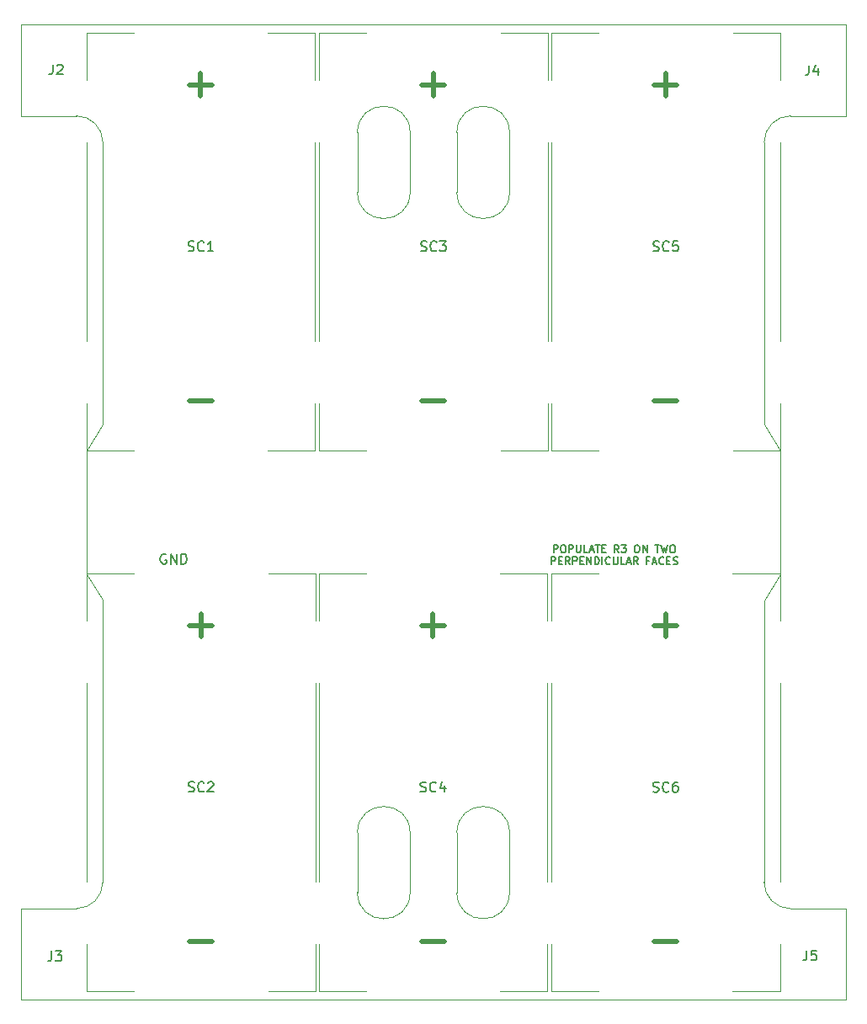
<source format=gbr>
%TF.GenerationSoftware,KiCad,Pcbnew,7.0.5*%
%TF.CreationDate,2023-06-21T14:42:12-07:00*%
%TF.ProjectId,solar-panel-NoCutout,736f6c61-722d-4706-916e-656c2d4e6f43,3.0*%
%TF.SameCoordinates,Original*%
%TF.FileFunction,Legend,Top*%
%TF.FilePolarity,Positive*%
%FSLAX46Y46*%
G04 Gerber Fmt 4.6, Leading zero omitted, Abs format (unit mm)*
G04 Created by KiCad (PCBNEW 7.0.5) date 2023-06-21 14:42:12*
%MOMM*%
%LPD*%
G01*
G04 APERTURE LIST*
%ADD10C,0.150000*%
%ADD11C,0.500000*%
%ADD12C,0.120000*%
%TA.AperFunction,Profile*%
%ADD13C,0.050000*%
%TD*%
G04 APERTURE END LIST*
D10*
X117598095Y-119012438D02*
X117502857Y-118964819D01*
X117502857Y-118964819D02*
X117360000Y-118964819D01*
X117360000Y-118964819D02*
X117217143Y-119012438D01*
X117217143Y-119012438D02*
X117121905Y-119107676D01*
X117121905Y-119107676D02*
X117074286Y-119202914D01*
X117074286Y-119202914D02*
X117026667Y-119393390D01*
X117026667Y-119393390D02*
X117026667Y-119536247D01*
X117026667Y-119536247D02*
X117074286Y-119726723D01*
X117074286Y-119726723D02*
X117121905Y-119821961D01*
X117121905Y-119821961D02*
X117217143Y-119917200D01*
X117217143Y-119917200D02*
X117360000Y-119964819D01*
X117360000Y-119964819D02*
X117455238Y-119964819D01*
X117455238Y-119964819D02*
X117598095Y-119917200D01*
X117598095Y-119917200D02*
X117645714Y-119869580D01*
X117645714Y-119869580D02*
X117645714Y-119536247D01*
X117645714Y-119536247D02*
X117455238Y-119536247D01*
X118074286Y-119964819D02*
X118074286Y-118964819D01*
X118074286Y-118964819D02*
X118645714Y-119964819D01*
X118645714Y-119964819D02*
X118645714Y-118964819D01*
X119121905Y-119964819D02*
X119121905Y-118964819D01*
X119121905Y-118964819D02*
X119360000Y-118964819D01*
X119360000Y-118964819D02*
X119502857Y-119012438D01*
X119502857Y-119012438D02*
X119598095Y-119107676D01*
X119598095Y-119107676D02*
X119645714Y-119202914D01*
X119645714Y-119202914D02*
X119693333Y-119393390D01*
X119693333Y-119393390D02*
X119693333Y-119536247D01*
X119693333Y-119536247D02*
X119645714Y-119726723D01*
X119645714Y-119726723D02*
X119598095Y-119821961D01*
X119598095Y-119821961D02*
X119502857Y-119917200D01*
X119502857Y-119917200D02*
X119360000Y-119964819D01*
X119360000Y-119964819D02*
X119121905Y-119964819D01*
X156580714Y-118815414D02*
X156580714Y-118065414D01*
X156580714Y-118065414D02*
X156866428Y-118065414D01*
X156866428Y-118065414D02*
X156937857Y-118101128D01*
X156937857Y-118101128D02*
X156973571Y-118136842D01*
X156973571Y-118136842D02*
X157009285Y-118208271D01*
X157009285Y-118208271D02*
X157009285Y-118315414D01*
X157009285Y-118315414D02*
X156973571Y-118386842D01*
X156973571Y-118386842D02*
X156937857Y-118422557D01*
X156937857Y-118422557D02*
X156866428Y-118458271D01*
X156866428Y-118458271D02*
X156580714Y-118458271D01*
X157473571Y-118065414D02*
X157616428Y-118065414D01*
X157616428Y-118065414D02*
X157687857Y-118101128D01*
X157687857Y-118101128D02*
X157759285Y-118172557D01*
X157759285Y-118172557D02*
X157795000Y-118315414D01*
X157795000Y-118315414D02*
X157795000Y-118565414D01*
X157795000Y-118565414D02*
X157759285Y-118708271D01*
X157759285Y-118708271D02*
X157687857Y-118779700D01*
X157687857Y-118779700D02*
X157616428Y-118815414D01*
X157616428Y-118815414D02*
X157473571Y-118815414D01*
X157473571Y-118815414D02*
X157402143Y-118779700D01*
X157402143Y-118779700D02*
X157330714Y-118708271D01*
X157330714Y-118708271D02*
X157295000Y-118565414D01*
X157295000Y-118565414D02*
X157295000Y-118315414D01*
X157295000Y-118315414D02*
X157330714Y-118172557D01*
X157330714Y-118172557D02*
X157402143Y-118101128D01*
X157402143Y-118101128D02*
X157473571Y-118065414D01*
X158116428Y-118815414D02*
X158116428Y-118065414D01*
X158116428Y-118065414D02*
X158402142Y-118065414D01*
X158402142Y-118065414D02*
X158473571Y-118101128D01*
X158473571Y-118101128D02*
X158509285Y-118136842D01*
X158509285Y-118136842D02*
X158544999Y-118208271D01*
X158544999Y-118208271D02*
X158544999Y-118315414D01*
X158544999Y-118315414D02*
X158509285Y-118386842D01*
X158509285Y-118386842D02*
X158473571Y-118422557D01*
X158473571Y-118422557D02*
X158402142Y-118458271D01*
X158402142Y-118458271D02*
X158116428Y-118458271D01*
X158866428Y-118065414D02*
X158866428Y-118672557D01*
X158866428Y-118672557D02*
X158902142Y-118743985D01*
X158902142Y-118743985D02*
X158937857Y-118779700D01*
X158937857Y-118779700D02*
X159009285Y-118815414D01*
X159009285Y-118815414D02*
X159152142Y-118815414D01*
X159152142Y-118815414D02*
X159223571Y-118779700D01*
X159223571Y-118779700D02*
X159259285Y-118743985D01*
X159259285Y-118743985D02*
X159294999Y-118672557D01*
X159294999Y-118672557D02*
X159294999Y-118065414D01*
X160009285Y-118815414D02*
X159652142Y-118815414D01*
X159652142Y-118815414D02*
X159652142Y-118065414D01*
X160223571Y-118601128D02*
X160580714Y-118601128D01*
X160152142Y-118815414D02*
X160402142Y-118065414D01*
X160402142Y-118065414D02*
X160652142Y-118815414D01*
X160794999Y-118065414D02*
X161223571Y-118065414D01*
X161009285Y-118815414D02*
X161009285Y-118065414D01*
X161473571Y-118422557D02*
X161723571Y-118422557D01*
X161830714Y-118815414D02*
X161473571Y-118815414D01*
X161473571Y-118815414D02*
X161473571Y-118065414D01*
X161473571Y-118065414D02*
X161830714Y-118065414D01*
X163152142Y-118815414D02*
X162902142Y-118458271D01*
X162723571Y-118815414D02*
X162723571Y-118065414D01*
X162723571Y-118065414D02*
X163009285Y-118065414D01*
X163009285Y-118065414D02*
X163080714Y-118101128D01*
X163080714Y-118101128D02*
X163116428Y-118136842D01*
X163116428Y-118136842D02*
X163152142Y-118208271D01*
X163152142Y-118208271D02*
X163152142Y-118315414D01*
X163152142Y-118315414D02*
X163116428Y-118386842D01*
X163116428Y-118386842D02*
X163080714Y-118422557D01*
X163080714Y-118422557D02*
X163009285Y-118458271D01*
X163009285Y-118458271D02*
X162723571Y-118458271D01*
X163402142Y-118065414D02*
X163866428Y-118065414D01*
X163866428Y-118065414D02*
X163616428Y-118351128D01*
X163616428Y-118351128D02*
X163723571Y-118351128D01*
X163723571Y-118351128D02*
X163795000Y-118386842D01*
X163795000Y-118386842D02*
X163830714Y-118422557D01*
X163830714Y-118422557D02*
X163866428Y-118493985D01*
X163866428Y-118493985D02*
X163866428Y-118672557D01*
X163866428Y-118672557D02*
X163830714Y-118743985D01*
X163830714Y-118743985D02*
X163795000Y-118779700D01*
X163795000Y-118779700D02*
X163723571Y-118815414D01*
X163723571Y-118815414D02*
X163509285Y-118815414D01*
X163509285Y-118815414D02*
X163437857Y-118779700D01*
X163437857Y-118779700D02*
X163402142Y-118743985D01*
X164902143Y-118065414D02*
X165045000Y-118065414D01*
X165045000Y-118065414D02*
X165116429Y-118101128D01*
X165116429Y-118101128D02*
X165187857Y-118172557D01*
X165187857Y-118172557D02*
X165223572Y-118315414D01*
X165223572Y-118315414D02*
X165223572Y-118565414D01*
X165223572Y-118565414D02*
X165187857Y-118708271D01*
X165187857Y-118708271D02*
X165116429Y-118779700D01*
X165116429Y-118779700D02*
X165045000Y-118815414D01*
X165045000Y-118815414D02*
X164902143Y-118815414D01*
X164902143Y-118815414D02*
X164830715Y-118779700D01*
X164830715Y-118779700D02*
X164759286Y-118708271D01*
X164759286Y-118708271D02*
X164723572Y-118565414D01*
X164723572Y-118565414D02*
X164723572Y-118315414D01*
X164723572Y-118315414D02*
X164759286Y-118172557D01*
X164759286Y-118172557D02*
X164830715Y-118101128D01*
X164830715Y-118101128D02*
X164902143Y-118065414D01*
X165545000Y-118815414D02*
X165545000Y-118065414D01*
X165545000Y-118065414D02*
X165973571Y-118815414D01*
X165973571Y-118815414D02*
X165973571Y-118065414D01*
X166795000Y-118065414D02*
X167223572Y-118065414D01*
X167009286Y-118815414D02*
X167009286Y-118065414D01*
X167402143Y-118065414D02*
X167580715Y-118815414D01*
X167580715Y-118815414D02*
X167723572Y-118279700D01*
X167723572Y-118279700D02*
X167866429Y-118815414D01*
X167866429Y-118815414D02*
X168045001Y-118065414D01*
X168473572Y-118065414D02*
X168616429Y-118065414D01*
X168616429Y-118065414D02*
X168687858Y-118101128D01*
X168687858Y-118101128D02*
X168759286Y-118172557D01*
X168759286Y-118172557D02*
X168795001Y-118315414D01*
X168795001Y-118315414D02*
X168795001Y-118565414D01*
X168795001Y-118565414D02*
X168759286Y-118708271D01*
X168759286Y-118708271D02*
X168687858Y-118779700D01*
X168687858Y-118779700D02*
X168616429Y-118815414D01*
X168616429Y-118815414D02*
X168473572Y-118815414D01*
X168473572Y-118815414D02*
X168402144Y-118779700D01*
X168402144Y-118779700D02*
X168330715Y-118708271D01*
X168330715Y-118708271D02*
X168295001Y-118565414D01*
X168295001Y-118565414D02*
X168295001Y-118315414D01*
X168295001Y-118315414D02*
X168330715Y-118172557D01*
X168330715Y-118172557D02*
X168402144Y-118101128D01*
X168402144Y-118101128D02*
X168473572Y-118065414D01*
X156330715Y-120022914D02*
X156330715Y-119272914D01*
X156330715Y-119272914D02*
X156616429Y-119272914D01*
X156616429Y-119272914D02*
X156687858Y-119308628D01*
X156687858Y-119308628D02*
X156723572Y-119344342D01*
X156723572Y-119344342D02*
X156759286Y-119415771D01*
X156759286Y-119415771D02*
X156759286Y-119522914D01*
X156759286Y-119522914D02*
X156723572Y-119594342D01*
X156723572Y-119594342D02*
X156687858Y-119630057D01*
X156687858Y-119630057D02*
X156616429Y-119665771D01*
X156616429Y-119665771D02*
X156330715Y-119665771D01*
X157080715Y-119630057D02*
X157330715Y-119630057D01*
X157437858Y-120022914D02*
X157080715Y-120022914D01*
X157080715Y-120022914D02*
X157080715Y-119272914D01*
X157080715Y-119272914D02*
X157437858Y-119272914D01*
X158187857Y-120022914D02*
X157937857Y-119665771D01*
X157759286Y-120022914D02*
X157759286Y-119272914D01*
X157759286Y-119272914D02*
X158045000Y-119272914D01*
X158045000Y-119272914D02*
X158116429Y-119308628D01*
X158116429Y-119308628D02*
X158152143Y-119344342D01*
X158152143Y-119344342D02*
X158187857Y-119415771D01*
X158187857Y-119415771D02*
X158187857Y-119522914D01*
X158187857Y-119522914D02*
X158152143Y-119594342D01*
X158152143Y-119594342D02*
X158116429Y-119630057D01*
X158116429Y-119630057D02*
X158045000Y-119665771D01*
X158045000Y-119665771D02*
X157759286Y-119665771D01*
X158509286Y-120022914D02*
X158509286Y-119272914D01*
X158509286Y-119272914D02*
X158795000Y-119272914D01*
X158795000Y-119272914D02*
X158866429Y-119308628D01*
X158866429Y-119308628D02*
X158902143Y-119344342D01*
X158902143Y-119344342D02*
X158937857Y-119415771D01*
X158937857Y-119415771D02*
X158937857Y-119522914D01*
X158937857Y-119522914D02*
X158902143Y-119594342D01*
X158902143Y-119594342D02*
X158866429Y-119630057D01*
X158866429Y-119630057D02*
X158795000Y-119665771D01*
X158795000Y-119665771D02*
X158509286Y-119665771D01*
X159259286Y-119630057D02*
X159509286Y-119630057D01*
X159616429Y-120022914D02*
X159259286Y-120022914D01*
X159259286Y-120022914D02*
X159259286Y-119272914D01*
X159259286Y-119272914D02*
X159616429Y-119272914D01*
X159937857Y-120022914D02*
X159937857Y-119272914D01*
X159937857Y-119272914D02*
X160366428Y-120022914D01*
X160366428Y-120022914D02*
X160366428Y-119272914D01*
X160723571Y-120022914D02*
X160723571Y-119272914D01*
X160723571Y-119272914D02*
X160902142Y-119272914D01*
X160902142Y-119272914D02*
X161009285Y-119308628D01*
X161009285Y-119308628D02*
X161080714Y-119380057D01*
X161080714Y-119380057D02*
X161116428Y-119451485D01*
X161116428Y-119451485D02*
X161152142Y-119594342D01*
X161152142Y-119594342D02*
X161152142Y-119701485D01*
X161152142Y-119701485D02*
X161116428Y-119844342D01*
X161116428Y-119844342D02*
X161080714Y-119915771D01*
X161080714Y-119915771D02*
X161009285Y-119987200D01*
X161009285Y-119987200D02*
X160902142Y-120022914D01*
X160902142Y-120022914D02*
X160723571Y-120022914D01*
X161473571Y-120022914D02*
X161473571Y-119272914D01*
X162259285Y-119951485D02*
X162223571Y-119987200D01*
X162223571Y-119987200D02*
X162116428Y-120022914D01*
X162116428Y-120022914D02*
X162045000Y-120022914D01*
X162045000Y-120022914D02*
X161937857Y-119987200D01*
X161937857Y-119987200D02*
X161866428Y-119915771D01*
X161866428Y-119915771D02*
X161830714Y-119844342D01*
X161830714Y-119844342D02*
X161795000Y-119701485D01*
X161795000Y-119701485D02*
X161795000Y-119594342D01*
X161795000Y-119594342D02*
X161830714Y-119451485D01*
X161830714Y-119451485D02*
X161866428Y-119380057D01*
X161866428Y-119380057D02*
X161937857Y-119308628D01*
X161937857Y-119308628D02*
X162045000Y-119272914D01*
X162045000Y-119272914D02*
X162116428Y-119272914D01*
X162116428Y-119272914D02*
X162223571Y-119308628D01*
X162223571Y-119308628D02*
X162259285Y-119344342D01*
X162580714Y-119272914D02*
X162580714Y-119880057D01*
X162580714Y-119880057D02*
X162616428Y-119951485D01*
X162616428Y-119951485D02*
X162652143Y-119987200D01*
X162652143Y-119987200D02*
X162723571Y-120022914D01*
X162723571Y-120022914D02*
X162866428Y-120022914D01*
X162866428Y-120022914D02*
X162937857Y-119987200D01*
X162937857Y-119987200D02*
X162973571Y-119951485D01*
X162973571Y-119951485D02*
X163009285Y-119880057D01*
X163009285Y-119880057D02*
X163009285Y-119272914D01*
X163723571Y-120022914D02*
X163366428Y-120022914D01*
X163366428Y-120022914D02*
X163366428Y-119272914D01*
X163937857Y-119808628D02*
X164295000Y-119808628D01*
X163866428Y-120022914D02*
X164116428Y-119272914D01*
X164116428Y-119272914D02*
X164366428Y-120022914D01*
X165044999Y-120022914D02*
X164794999Y-119665771D01*
X164616428Y-120022914D02*
X164616428Y-119272914D01*
X164616428Y-119272914D02*
X164902142Y-119272914D01*
X164902142Y-119272914D02*
X164973571Y-119308628D01*
X164973571Y-119308628D02*
X165009285Y-119344342D01*
X165009285Y-119344342D02*
X165044999Y-119415771D01*
X165044999Y-119415771D02*
X165044999Y-119522914D01*
X165044999Y-119522914D02*
X165009285Y-119594342D01*
X165009285Y-119594342D02*
X164973571Y-119630057D01*
X164973571Y-119630057D02*
X164902142Y-119665771D01*
X164902142Y-119665771D02*
X164616428Y-119665771D01*
X166187857Y-119630057D02*
X165937857Y-119630057D01*
X165937857Y-120022914D02*
X165937857Y-119272914D01*
X165937857Y-119272914D02*
X166295000Y-119272914D01*
X166545000Y-119808628D02*
X166902143Y-119808628D01*
X166473571Y-120022914D02*
X166723571Y-119272914D01*
X166723571Y-119272914D02*
X166973571Y-120022914D01*
X167652142Y-119951485D02*
X167616428Y-119987200D01*
X167616428Y-119987200D02*
X167509285Y-120022914D01*
X167509285Y-120022914D02*
X167437857Y-120022914D01*
X167437857Y-120022914D02*
X167330714Y-119987200D01*
X167330714Y-119987200D02*
X167259285Y-119915771D01*
X167259285Y-119915771D02*
X167223571Y-119844342D01*
X167223571Y-119844342D02*
X167187857Y-119701485D01*
X167187857Y-119701485D02*
X167187857Y-119594342D01*
X167187857Y-119594342D02*
X167223571Y-119451485D01*
X167223571Y-119451485D02*
X167259285Y-119380057D01*
X167259285Y-119380057D02*
X167330714Y-119308628D01*
X167330714Y-119308628D02*
X167437857Y-119272914D01*
X167437857Y-119272914D02*
X167509285Y-119272914D01*
X167509285Y-119272914D02*
X167616428Y-119308628D01*
X167616428Y-119308628D02*
X167652142Y-119344342D01*
X167973571Y-119630057D02*
X168223571Y-119630057D01*
X168330714Y-120022914D02*
X167973571Y-120022914D01*
X167973571Y-120022914D02*
X167973571Y-119272914D01*
X167973571Y-119272914D02*
X168330714Y-119272914D01*
X168616428Y-119987200D02*
X168723571Y-120022914D01*
X168723571Y-120022914D02*
X168902142Y-120022914D01*
X168902142Y-120022914D02*
X168973571Y-119987200D01*
X168973571Y-119987200D02*
X169009285Y-119951485D01*
X169009285Y-119951485D02*
X169044999Y-119880057D01*
X169044999Y-119880057D02*
X169044999Y-119808628D01*
X169044999Y-119808628D02*
X169009285Y-119737200D01*
X169009285Y-119737200D02*
X168973571Y-119701485D01*
X168973571Y-119701485D02*
X168902142Y-119665771D01*
X168902142Y-119665771D02*
X168759285Y-119630057D01*
X168759285Y-119630057D02*
X168687856Y-119594342D01*
X168687856Y-119594342D02*
X168652142Y-119558628D01*
X168652142Y-119558628D02*
X168616428Y-119487200D01*
X168616428Y-119487200D02*
X168616428Y-119415771D01*
X168616428Y-119415771D02*
X168652142Y-119344342D01*
X168652142Y-119344342D02*
X168687856Y-119308628D01*
X168687856Y-119308628D02*
X168759285Y-119272914D01*
X168759285Y-119272914D02*
X168937856Y-119272914D01*
X168937856Y-119272914D02*
X169044999Y-119308628D01*
%TO.C,J2*%
X106206666Y-69764819D02*
X106206666Y-70479104D01*
X106206666Y-70479104D02*
X106159047Y-70621961D01*
X106159047Y-70621961D02*
X106063809Y-70717200D01*
X106063809Y-70717200D02*
X105920952Y-70764819D01*
X105920952Y-70764819D02*
X105825714Y-70764819D01*
X106635238Y-69860057D02*
X106682857Y-69812438D01*
X106682857Y-69812438D02*
X106778095Y-69764819D01*
X106778095Y-69764819D02*
X107016190Y-69764819D01*
X107016190Y-69764819D02*
X107111428Y-69812438D01*
X107111428Y-69812438D02*
X107159047Y-69860057D01*
X107159047Y-69860057D02*
X107206666Y-69955295D01*
X107206666Y-69955295D02*
X107206666Y-70050533D01*
X107206666Y-70050533D02*
X107159047Y-70193390D01*
X107159047Y-70193390D02*
X106587619Y-70764819D01*
X106587619Y-70764819D02*
X107206666Y-70764819D01*
%TO.C,J3*%
X106086666Y-158884819D02*
X106086666Y-159599104D01*
X106086666Y-159599104D02*
X106039047Y-159741961D01*
X106039047Y-159741961D02*
X105943809Y-159837200D01*
X105943809Y-159837200D02*
X105800952Y-159884819D01*
X105800952Y-159884819D02*
X105705714Y-159884819D01*
X106467619Y-158884819D02*
X107086666Y-158884819D01*
X107086666Y-158884819D02*
X106753333Y-159265771D01*
X106753333Y-159265771D02*
X106896190Y-159265771D01*
X106896190Y-159265771D02*
X106991428Y-159313390D01*
X106991428Y-159313390D02*
X107039047Y-159361009D01*
X107039047Y-159361009D02*
X107086666Y-159456247D01*
X107086666Y-159456247D02*
X107086666Y-159694342D01*
X107086666Y-159694342D02*
X107039047Y-159789580D01*
X107039047Y-159789580D02*
X106991428Y-159837200D01*
X106991428Y-159837200D02*
X106896190Y-159884819D01*
X106896190Y-159884819D02*
X106610476Y-159884819D01*
X106610476Y-159884819D02*
X106515238Y-159837200D01*
X106515238Y-159837200D02*
X106467619Y-159789580D01*
%TO.C,J4*%
X182266666Y-69834819D02*
X182266666Y-70549104D01*
X182266666Y-70549104D02*
X182219047Y-70691961D01*
X182219047Y-70691961D02*
X182123809Y-70787200D01*
X182123809Y-70787200D02*
X181980952Y-70834819D01*
X181980952Y-70834819D02*
X181885714Y-70834819D01*
X183171428Y-70168152D02*
X183171428Y-70834819D01*
X182933333Y-69787200D02*
X182695238Y-70501485D01*
X182695238Y-70501485D02*
X183314285Y-70501485D01*
%TO.C,J5*%
X182046666Y-158824819D02*
X182046666Y-159539104D01*
X182046666Y-159539104D02*
X181999047Y-159681961D01*
X181999047Y-159681961D02*
X181903809Y-159777200D01*
X181903809Y-159777200D02*
X181760952Y-159824819D01*
X181760952Y-159824819D02*
X181665714Y-159824819D01*
X182999047Y-158824819D02*
X182522857Y-158824819D01*
X182522857Y-158824819D02*
X182475238Y-159301009D01*
X182475238Y-159301009D02*
X182522857Y-159253390D01*
X182522857Y-159253390D02*
X182618095Y-159205771D01*
X182618095Y-159205771D02*
X182856190Y-159205771D01*
X182856190Y-159205771D02*
X182951428Y-159253390D01*
X182951428Y-159253390D02*
X182999047Y-159301009D01*
X182999047Y-159301009D02*
X183046666Y-159396247D01*
X183046666Y-159396247D02*
X183046666Y-159634342D01*
X183046666Y-159634342D02*
X182999047Y-159729580D01*
X182999047Y-159729580D02*
X182951428Y-159777200D01*
X182951428Y-159777200D02*
X182856190Y-159824819D01*
X182856190Y-159824819D02*
X182618095Y-159824819D01*
X182618095Y-159824819D02*
X182522857Y-159777200D01*
X182522857Y-159777200D02*
X182475238Y-159729580D01*
%TO.C,SC5*%
X166598095Y-88477200D02*
X166740952Y-88524819D01*
X166740952Y-88524819D02*
X166979047Y-88524819D01*
X166979047Y-88524819D02*
X167074285Y-88477200D01*
X167074285Y-88477200D02*
X167121904Y-88429580D01*
X167121904Y-88429580D02*
X167169523Y-88334342D01*
X167169523Y-88334342D02*
X167169523Y-88239104D01*
X167169523Y-88239104D02*
X167121904Y-88143866D01*
X167121904Y-88143866D02*
X167074285Y-88096247D01*
X167074285Y-88096247D02*
X166979047Y-88048628D01*
X166979047Y-88048628D02*
X166788571Y-88001009D01*
X166788571Y-88001009D02*
X166693333Y-87953390D01*
X166693333Y-87953390D02*
X166645714Y-87905771D01*
X166645714Y-87905771D02*
X166598095Y-87810533D01*
X166598095Y-87810533D02*
X166598095Y-87715295D01*
X166598095Y-87715295D02*
X166645714Y-87620057D01*
X166645714Y-87620057D02*
X166693333Y-87572438D01*
X166693333Y-87572438D02*
X166788571Y-87524819D01*
X166788571Y-87524819D02*
X167026666Y-87524819D01*
X167026666Y-87524819D02*
X167169523Y-87572438D01*
X168169523Y-88429580D02*
X168121904Y-88477200D01*
X168121904Y-88477200D02*
X167979047Y-88524819D01*
X167979047Y-88524819D02*
X167883809Y-88524819D01*
X167883809Y-88524819D02*
X167740952Y-88477200D01*
X167740952Y-88477200D02*
X167645714Y-88381961D01*
X167645714Y-88381961D02*
X167598095Y-88286723D01*
X167598095Y-88286723D02*
X167550476Y-88096247D01*
X167550476Y-88096247D02*
X167550476Y-87953390D01*
X167550476Y-87953390D02*
X167598095Y-87762914D01*
X167598095Y-87762914D02*
X167645714Y-87667676D01*
X167645714Y-87667676D02*
X167740952Y-87572438D01*
X167740952Y-87572438D02*
X167883809Y-87524819D01*
X167883809Y-87524819D02*
X167979047Y-87524819D01*
X167979047Y-87524819D02*
X168121904Y-87572438D01*
X168121904Y-87572438D02*
X168169523Y-87620057D01*
X169074285Y-87524819D02*
X168598095Y-87524819D01*
X168598095Y-87524819D02*
X168550476Y-88001009D01*
X168550476Y-88001009D02*
X168598095Y-87953390D01*
X168598095Y-87953390D02*
X168693333Y-87905771D01*
X168693333Y-87905771D02*
X168931428Y-87905771D01*
X168931428Y-87905771D02*
X169026666Y-87953390D01*
X169026666Y-87953390D02*
X169074285Y-88001009D01*
X169074285Y-88001009D02*
X169121904Y-88096247D01*
X169121904Y-88096247D02*
X169121904Y-88334342D01*
X169121904Y-88334342D02*
X169074285Y-88429580D01*
X169074285Y-88429580D02*
X169026666Y-88477200D01*
X169026666Y-88477200D02*
X168931428Y-88524819D01*
X168931428Y-88524819D02*
X168693333Y-88524819D01*
X168693333Y-88524819D02*
X168598095Y-88477200D01*
X168598095Y-88477200D02*
X168550476Y-88429580D01*
D11*
X166717142Y-71789000D02*
X169002857Y-71789000D01*
X167859999Y-72931857D02*
X167859999Y-70646142D01*
X166717142Y-103539000D02*
X169002857Y-103539000D01*
D10*
%TO.C,SC3*%
X143228095Y-88477200D02*
X143370952Y-88524819D01*
X143370952Y-88524819D02*
X143609047Y-88524819D01*
X143609047Y-88524819D02*
X143704285Y-88477200D01*
X143704285Y-88477200D02*
X143751904Y-88429580D01*
X143751904Y-88429580D02*
X143799523Y-88334342D01*
X143799523Y-88334342D02*
X143799523Y-88239104D01*
X143799523Y-88239104D02*
X143751904Y-88143866D01*
X143751904Y-88143866D02*
X143704285Y-88096247D01*
X143704285Y-88096247D02*
X143609047Y-88048628D01*
X143609047Y-88048628D02*
X143418571Y-88001009D01*
X143418571Y-88001009D02*
X143323333Y-87953390D01*
X143323333Y-87953390D02*
X143275714Y-87905771D01*
X143275714Y-87905771D02*
X143228095Y-87810533D01*
X143228095Y-87810533D02*
X143228095Y-87715295D01*
X143228095Y-87715295D02*
X143275714Y-87620057D01*
X143275714Y-87620057D02*
X143323333Y-87572438D01*
X143323333Y-87572438D02*
X143418571Y-87524819D01*
X143418571Y-87524819D02*
X143656666Y-87524819D01*
X143656666Y-87524819D02*
X143799523Y-87572438D01*
X144799523Y-88429580D02*
X144751904Y-88477200D01*
X144751904Y-88477200D02*
X144609047Y-88524819D01*
X144609047Y-88524819D02*
X144513809Y-88524819D01*
X144513809Y-88524819D02*
X144370952Y-88477200D01*
X144370952Y-88477200D02*
X144275714Y-88381961D01*
X144275714Y-88381961D02*
X144228095Y-88286723D01*
X144228095Y-88286723D02*
X144180476Y-88096247D01*
X144180476Y-88096247D02*
X144180476Y-87953390D01*
X144180476Y-87953390D02*
X144228095Y-87762914D01*
X144228095Y-87762914D02*
X144275714Y-87667676D01*
X144275714Y-87667676D02*
X144370952Y-87572438D01*
X144370952Y-87572438D02*
X144513809Y-87524819D01*
X144513809Y-87524819D02*
X144609047Y-87524819D01*
X144609047Y-87524819D02*
X144751904Y-87572438D01*
X144751904Y-87572438D02*
X144799523Y-87620057D01*
X145132857Y-87524819D02*
X145751904Y-87524819D01*
X145751904Y-87524819D02*
X145418571Y-87905771D01*
X145418571Y-87905771D02*
X145561428Y-87905771D01*
X145561428Y-87905771D02*
X145656666Y-87953390D01*
X145656666Y-87953390D02*
X145704285Y-88001009D01*
X145704285Y-88001009D02*
X145751904Y-88096247D01*
X145751904Y-88096247D02*
X145751904Y-88334342D01*
X145751904Y-88334342D02*
X145704285Y-88429580D01*
X145704285Y-88429580D02*
X145656666Y-88477200D01*
X145656666Y-88477200D02*
X145561428Y-88524819D01*
X145561428Y-88524819D02*
X145275714Y-88524819D01*
X145275714Y-88524819D02*
X145180476Y-88477200D01*
X145180476Y-88477200D02*
X145132857Y-88429580D01*
D11*
X143347142Y-103539000D02*
X145632857Y-103539000D01*
X143347142Y-71789000D02*
X145632857Y-71789000D01*
X144489999Y-72931857D02*
X144489999Y-70646142D01*
D10*
%TO.C,SC4*%
X143188095Y-142847200D02*
X143330952Y-142894819D01*
X143330952Y-142894819D02*
X143569047Y-142894819D01*
X143569047Y-142894819D02*
X143664285Y-142847200D01*
X143664285Y-142847200D02*
X143711904Y-142799580D01*
X143711904Y-142799580D02*
X143759523Y-142704342D01*
X143759523Y-142704342D02*
X143759523Y-142609104D01*
X143759523Y-142609104D02*
X143711904Y-142513866D01*
X143711904Y-142513866D02*
X143664285Y-142466247D01*
X143664285Y-142466247D02*
X143569047Y-142418628D01*
X143569047Y-142418628D02*
X143378571Y-142371009D01*
X143378571Y-142371009D02*
X143283333Y-142323390D01*
X143283333Y-142323390D02*
X143235714Y-142275771D01*
X143235714Y-142275771D02*
X143188095Y-142180533D01*
X143188095Y-142180533D02*
X143188095Y-142085295D01*
X143188095Y-142085295D02*
X143235714Y-141990057D01*
X143235714Y-141990057D02*
X143283333Y-141942438D01*
X143283333Y-141942438D02*
X143378571Y-141894819D01*
X143378571Y-141894819D02*
X143616666Y-141894819D01*
X143616666Y-141894819D02*
X143759523Y-141942438D01*
X144759523Y-142799580D02*
X144711904Y-142847200D01*
X144711904Y-142847200D02*
X144569047Y-142894819D01*
X144569047Y-142894819D02*
X144473809Y-142894819D01*
X144473809Y-142894819D02*
X144330952Y-142847200D01*
X144330952Y-142847200D02*
X144235714Y-142751961D01*
X144235714Y-142751961D02*
X144188095Y-142656723D01*
X144188095Y-142656723D02*
X144140476Y-142466247D01*
X144140476Y-142466247D02*
X144140476Y-142323390D01*
X144140476Y-142323390D02*
X144188095Y-142132914D01*
X144188095Y-142132914D02*
X144235714Y-142037676D01*
X144235714Y-142037676D02*
X144330952Y-141942438D01*
X144330952Y-141942438D02*
X144473809Y-141894819D01*
X144473809Y-141894819D02*
X144569047Y-141894819D01*
X144569047Y-141894819D02*
X144711904Y-141942438D01*
X144711904Y-141942438D02*
X144759523Y-141990057D01*
X145616666Y-142228152D02*
X145616666Y-142894819D01*
X145378571Y-141847200D02*
X145140476Y-142561485D01*
X145140476Y-142561485D02*
X145759523Y-142561485D01*
D11*
X143307142Y-157909000D02*
X145592857Y-157909000D01*
X143307142Y-126159000D02*
X145592857Y-126159000D01*
X144449999Y-127301857D02*
X144449999Y-125016142D01*
D10*
%TO.C,SC2*%
X119858095Y-142827200D02*
X120000952Y-142874819D01*
X120000952Y-142874819D02*
X120239047Y-142874819D01*
X120239047Y-142874819D02*
X120334285Y-142827200D01*
X120334285Y-142827200D02*
X120381904Y-142779580D01*
X120381904Y-142779580D02*
X120429523Y-142684342D01*
X120429523Y-142684342D02*
X120429523Y-142589104D01*
X120429523Y-142589104D02*
X120381904Y-142493866D01*
X120381904Y-142493866D02*
X120334285Y-142446247D01*
X120334285Y-142446247D02*
X120239047Y-142398628D01*
X120239047Y-142398628D02*
X120048571Y-142351009D01*
X120048571Y-142351009D02*
X119953333Y-142303390D01*
X119953333Y-142303390D02*
X119905714Y-142255771D01*
X119905714Y-142255771D02*
X119858095Y-142160533D01*
X119858095Y-142160533D02*
X119858095Y-142065295D01*
X119858095Y-142065295D02*
X119905714Y-141970057D01*
X119905714Y-141970057D02*
X119953333Y-141922438D01*
X119953333Y-141922438D02*
X120048571Y-141874819D01*
X120048571Y-141874819D02*
X120286666Y-141874819D01*
X120286666Y-141874819D02*
X120429523Y-141922438D01*
X121429523Y-142779580D02*
X121381904Y-142827200D01*
X121381904Y-142827200D02*
X121239047Y-142874819D01*
X121239047Y-142874819D02*
X121143809Y-142874819D01*
X121143809Y-142874819D02*
X121000952Y-142827200D01*
X121000952Y-142827200D02*
X120905714Y-142731961D01*
X120905714Y-142731961D02*
X120858095Y-142636723D01*
X120858095Y-142636723D02*
X120810476Y-142446247D01*
X120810476Y-142446247D02*
X120810476Y-142303390D01*
X120810476Y-142303390D02*
X120858095Y-142112914D01*
X120858095Y-142112914D02*
X120905714Y-142017676D01*
X120905714Y-142017676D02*
X121000952Y-141922438D01*
X121000952Y-141922438D02*
X121143809Y-141874819D01*
X121143809Y-141874819D02*
X121239047Y-141874819D01*
X121239047Y-141874819D02*
X121381904Y-141922438D01*
X121381904Y-141922438D02*
X121429523Y-141970057D01*
X121810476Y-141970057D02*
X121858095Y-141922438D01*
X121858095Y-141922438D02*
X121953333Y-141874819D01*
X121953333Y-141874819D02*
X122191428Y-141874819D01*
X122191428Y-141874819D02*
X122286666Y-141922438D01*
X122286666Y-141922438D02*
X122334285Y-141970057D01*
X122334285Y-141970057D02*
X122381904Y-142065295D01*
X122381904Y-142065295D02*
X122381904Y-142160533D01*
X122381904Y-142160533D02*
X122334285Y-142303390D01*
X122334285Y-142303390D02*
X121762857Y-142874819D01*
X121762857Y-142874819D02*
X122381904Y-142874819D01*
D11*
X119977142Y-126139000D02*
X122262857Y-126139000D01*
X121119999Y-127281857D02*
X121119999Y-124996142D01*
X119977142Y-157889000D02*
X122262857Y-157889000D01*
D10*
%TO.C,SC6*%
X166588095Y-142857200D02*
X166730952Y-142904819D01*
X166730952Y-142904819D02*
X166969047Y-142904819D01*
X166969047Y-142904819D02*
X167064285Y-142857200D01*
X167064285Y-142857200D02*
X167111904Y-142809580D01*
X167111904Y-142809580D02*
X167159523Y-142714342D01*
X167159523Y-142714342D02*
X167159523Y-142619104D01*
X167159523Y-142619104D02*
X167111904Y-142523866D01*
X167111904Y-142523866D02*
X167064285Y-142476247D01*
X167064285Y-142476247D02*
X166969047Y-142428628D01*
X166969047Y-142428628D02*
X166778571Y-142381009D01*
X166778571Y-142381009D02*
X166683333Y-142333390D01*
X166683333Y-142333390D02*
X166635714Y-142285771D01*
X166635714Y-142285771D02*
X166588095Y-142190533D01*
X166588095Y-142190533D02*
X166588095Y-142095295D01*
X166588095Y-142095295D02*
X166635714Y-142000057D01*
X166635714Y-142000057D02*
X166683333Y-141952438D01*
X166683333Y-141952438D02*
X166778571Y-141904819D01*
X166778571Y-141904819D02*
X167016666Y-141904819D01*
X167016666Y-141904819D02*
X167159523Y-141952438D01*
X168159523Y-142809580D02*
X168111904Y-142857200D01*
X168111904Y-142857200D02*
X167969047Y-142904819D01*
X167969047Y-142904819D02*
X167873809Y-142904819D01*
X167873809Y-142904819D02*
X167730952Y-142857200D01*
X167730952Y-142857200D02*
X167635714Y-142761961D01*
X167635714Y-142761961D02*
X167588095Y-142666723D01*
X167588095Y-142666723D02*
X167540476Y-142476247D01*
X167540476Y-142476247D02*
X167540476Y-142333390D01*
X167540476Y-142333390D02*
X167588095Y-142142914D01*
X167588095Y-142142914D02*
X167635714Y-142047676D01*
X167635714Y-142047676D02*
X167730952Y-141952438D01*
X167730952Y-141952438D02*
X167873809Y-141904819D01*
X167873809Y-141904819D02*
X167969047Y-141904819D01*
X167969047Y-141904819D02*
X168111904Y-141952438D01*
X168111904Y-141952438D02*
X168159523Y-142000057D01*
X169016666Y-141904819D02*
X168826190Y-141904819D01*
X168826190Y-141904819D02*
X168730952Y-141952438D01*
X168730952Y-141952438D02*
X168683333Y-142000057D01*
X168683333Y-142000057D02*
X168588095Y-142142914D01*
X168588095Y-142142914D02*
X168540476Y-142333390D01*
X168540476Y-142333390D02*
X168540476Y-142714342D01*
X168540476Y-142714342D02*
X168588095Y-142809580D01*
X168588095Y-142809580D02*
X168635714Y-142857200D01*
X168635714Y-142857200D02*
X168730952Y-142904819D01*
X168730952Y-142904819D02*
X168921428Y-142904819D01*
X168921428Y-142904819D02*
X169016666Y-142857200D01*
X169016666Y-142857200D02*
X169064285Y-142809580D01*
X169064285Y-142809580D02*
X169111904Y-142714342D01*
X169111904Y-142714342D02*
X169111904Y-142476247D01*
X169111904Y-142476247D02*
X169064285Y-142381009D01*
X169064285Y-142381009D02*
X169016666Y-142333390D01*
X169016666Y-142333390D02*
X168921428Y-142285771D01*
X168921428Y-142285771D02*
X168730952Y-142285771D01*
X168730952Y-142285771D02*
X168635714Y-142333390D01*
X168635714Y-142333390D02*
X168588095Y-142381009D01*
X168588095Y-142381009D02*
X168540476Y-142476247D01*
D11*
X166707142Y-157919000D02*
X168992857Y-157919000D01*
X166707142Y-126169000D02*
X168992857Y-126169000D01*
X167849999Y-127311857D02*
X167849999Y-125026142D01*
D10*
%TO.C,SC1*%
X119828095Y-88477200D02*
X119970952Y-88524819D01*
X119970952Y-88524819D02*
X120209047Y-88524819D01*
X120209047Y-88524819D02*
X120304285Y-88477200D01*
X120304285Y-88477200D02*
X120351904Y-88429580D01*
X120351904Y-88429580D02*
X120399523Y-88334342D01*
X120399523Y-88334342D02*
X120399523Y-88239104D01*
X120399523Y-88239104D02*
X120351904Y-88143866D01*
X120351904Y-88143866D02*
X120304285Y-88096247D01*
X120304285Y-88096247D02*
X120209047Y-88048628D01*
X120209047Y-88048628D02*
X120018571Y-88001009D01*
X120018571Y-88001009D02*
X119923333Y-87953390D01*
X119923333Y-87953390D02*
X119875714Y-87905771D01*
X119875714Y-87905771D02*
X119828095Y-87810533D01*
X119828095Y-87810533D02*
X119828095Y-87715295D01*
X119828095Y-87715295D02*
X119875714Y-87620057D01*
X119875714Y-87620057D02*
X119923333Y-87572438D01*
X119923333Y-87572438D02*
X120018571Y-87524819D01*
X120018571Y-87524819D02*
X120256666Y-87524819D01*
X120256666Y-87524819D02*
X120399523Y-87572438D01*
X121399523Y-88429580D02*
X121351904Y-88477200D01*
X121351904Y-88477200D02*
X121209047Y-88524819D01*
X121209047Y-88524819D02*
X121113809Y-88524819D01*
X121113809Y-88524819D02*
X120970952Y-88477200D01*
X120970952Y-88477200D02*
X120875714Y-88381961D01*
X120875714Y-88381961D02*
X120828095Y-88286723D01*
X120828095Y-88286723D02*
X120780476Y-88096247D01*
X120780476Y-88096247D02*
X120780476Y-87953390D01*
X120780476Y-87953390D02*
X120828095Y-87762914D01*
X120828095Y-87762914D02*
X120875714Y-87667676D01*
X120875714Y-87667676D02*
X120970952Y-87572438D01*
X120970952Y-87572438D02*
X121113809Y-87524819D01*
X121113809Y-87524819D02*
X121209047Y-87524819D01*
X121209047Y-87524819D02*
X121351904Y-87572438D01*
X121351904Y-87572438D02*
X121399523Y-87620057D01*
X122351904Y-88524819D02*
X121780476Y-88524819D01*
X122066190Y-88524819D02*
X122066190Y-87524819D01*
X122066190Y-87524819D02*
X121970952Y-87667676D01*
X121970952Y-87667676D02*
X121875714Y-87762914D01*
X121875714Y-87762914D02*
X121780476Y-87810533D01*
D11*
X119947142Y-71789000D02*
X122232857Y-71789000D01*
X121089999Y-72931857D02*
X121089999Y-70646142D01*
X119947142Y-103539000D02*
X122232857Y-103539000D01*
D12*
%TO.C,SC5*%
X161110000Y-66570000D02*
X156360000Y-66570000D01*
X179360000Y-87570000D02*
X179360000Y-97570000D01*
X156360000Y-77570000D02*
X156360000Y-97570000D01*
X156360000Y-87570000D02*
X156360000Y-77570000D01*
X179360000Y-87570000D02*
X179360000Y-77570000D01*
X179360000Y-95820000D02*
X179360000Y-87570000D01*
X156360000Y-66570000D02*
X156360000Y-71320000D01*
X179360000Y-77570000D02*
X179360000Y-95820000D01*
X156360000Y-66570000D02*
X161110000Y-66570000D01*
X156360000Y-108570000D02*
X161110000Y-108570000D01*
X156360000Y-108570000D02*
X156360000Y-103820000D01*
X179360000Y-66570000D02*
X179360000Y-71320000D01*
X174610000Y-108570000D02*
X179360000Y-108570000D01*
X174610000Y-66570000D02*
X179360000Y-66570000D01*
X179360000Y-108570000D02*
X179360000Y-103820000D01*
%TO.C,SC3*%
X132990000Y-87570000D02*
X132990000Y-77570000D01*
X132990000Y-77570000D02*
X132990000Y-97570000D01*
X151240000Y-66570000D02*
X155990000Y-66570000D01*
X155990000Y-66570000D02*
X155990000Y-71320000D01*
X132990000Y-66570000D02*
X132990000Y-71320000D01*
X155990000Y-77570000D02*
X155990000Y-95820000D01*
X132990000Y-108570000D02*
X137740000Y-108570000D01*
X132990000Y-108570000D02*
X132990000Y-103820000D01*
X137740000Y-66570000D02*
X132990000Y-66570000D01*
X155990000Y-95820000D02*
X155990000Y-87570000D01*
X151240000Y-108570000D02*
X155990000Y-108570000D01*
X155990000Y-108570000D02*
X155990000Y-103820000D01*
X132990000Y-66570000D02*
X137740000Y-66570000D01*
X155990000Y-87570000D02*
X155990000Y-97570000D01*
X155990000Y-87570000D02*
X155990000Y-77570000D01*
%TO.C,SC4*%
X155950000Y-141940000D02*
X155950000Y-131940000D01*
X132950000Y-131940000D02*
X132950000Y-151940000D01*
X155950000Y-131940000D02*
X155950000Y-150190000D01*
X132950000Y-162940000D02*
X137700000Y-162940000D01*
X155950000Y-150190000D02*
X155950000Y-141940000D01*
X132950000Y-141940000D02*
X132950000Y-131940000D01*
X155950000Y-120940000D02*
X155950000Y-125690000D01*
X155950000Y-141940000D02*
X155950000Y-151940000D01*
X137700000Y-120940000D02*
X132950000Y-120940000D01*
X132950000Y-120940000D02*
X137700000Y-120940000D01*
X155950000Y-162940000D02*
X155950000Y-158190000D01*
X151200000Y-120940000D02*
X155950000Y-120940000D01*
X151200000Y-162940000D02*
X155950000Y-162940000D01*
X132950000Y-120940000D02*
X132950000Y-125690000D01*
X132950000Y-162940000D02*
X132950000Y-158190000D01*
%TO.C,SC2*%
X132620000Y-150170000D02*
X132620000Y-141920000D01*
X109620000Y-162920000D02*
X114370000Y-162920000D01*
X109620000Y-162920000D02*
X109620000Y-158170000D01*
X114370000Y-120920000D02*
X109620000Y-120920000D01*
X132620000Y-131920000D02*
X132620000Y-150170000D01*
X109620000Y-141920000D02*
X109620000Y-131920000D01*
X109620000Y-131920000D02*
X109620000Y-151920000D01*
X132620000Y-141920000D02*
X132620000Y-131920000D01*
X132620000Y-120920000D02*
X132620000Y-125670000D01*
X109620000Y-120920000D02*
X114370000Y-120920000D01*
X127870000Y-120920000D02*
X132620000Y-120920000D01*
X109620000Y-120920000D02*
X109620000Y-125670000D01*
X132620000Y-141920000D02*
X132620000Y-151920000D01*
X132620000Y-162920000D02*
X132620000Y-158170000D01*
X127870000Y-162920000D02*
X132620000Y-162920000D01*
%TO.C,SC6*%
X179350000Y-141950000D02*
X179350000Y-151950000D01*
X161100000Y-120950000D02*
X156350000Y-120950000D01*
X156350000Y-141950000D02*
X156350000Y-131950000D01*
X174600000Y-120950000D02*
X179350000Y-120950000D01*
X179350000Y-141950000D02*
X179350000Y-131950000D01*
X156350000Y-162950000D02*
X161100000Y-162950000D01*
X174600000Y-162950000D02*
X179350000Y-162950000D01*
X156350000Y-131950000D02*
X156350000Y-151950000D01*
X179350000Y-120950000D02*
X179350000Y-125700000D01*
X179350000Y-150200000D02*
X179350000Y-141950000D01*
X156350000Y-162950000D02*
X156350000Y-158200000D01*
X156350000Y-120950000D02*
X161100000Y-120950000D01*
X156350000Y-120950000D02*
X156350000Y-125700000D01*
X179350000Y-131950000D02*
X179350000Y-150200000D01*
X179350000Y-162950000D02*
X179350000Y-158200000D01*
%TO.C,SC1*%
X132590000Y-66570000D02*
X132590000Y-71320000D01*
X114340000Y-66570000D02*
X109590000Y-66570000D01*
X127840000Y-108570000D02*
X132590000Y-108570000D01*
X109590000Y-108570000D02*
X109590000Y-103820000D01*
X132590000Y-95820000D02*
X132590000Y-87570000D01*
X109590000Y-108570000D02*
X114340000Y-108570000D01*
X132590000Y-108570000D02*
X132590000Y-103820000D01*
X109590000Y-66570000D02*
X109590000Y-71320000D01*
X132590000Y-87570000D02*
X132590000Y-77570000D01*
X127840000Y-66570000D02*
X132590000Y-66570000D01*
X132590000Y-87570000D02*
X132590000Y-97570000D01*
X132590000Y-77570000D02*
X132590000Y-95820000D01*
X109590000Y-77570000D02*
X109590000Y-97570000D01*
X109590000Y-87570000D02*
X109590000Y-77570000D01*
X109590000Y-66570000D02*
X114340000Y-66570000D01*
%TD*%
D13*
X109650000Y-108545000D02*
X111240000Y-105945000D01*
X177760000Y-105950000D02*
X179350000Y-108550000D01*
X136850000Y-153000000D02*
X136850000Y-147000000D01*
X142150000Y-153000000D02*
X142150000Y-147000000D01*
X146850000Y-147000000D02*
X146850000Y-153000000D01*
X152150000Y-153000000D02*
X152150000Y-147000000D01*
X142150000Y-76600000D02*
X142150000Y-82600000D01*
X136850000Y-76600000D02*
X136850000Y-82600000D01*
X146850000Y-76600000D02*
X146850000Y-82600000D01*
X152150000Y-76600000D02*
X152150000Y-82600000D01*
X186000000Y-65750000D02*
X103000000Y-65750000D01*
X108580000Y-74920000D02*
X103000000Y-74920000D01*
X111239937Y-77570000D02*
G75*
G03*
X108580000Y-74920001I-2644937J5100D01*
G01*
X103000000Y-65750000D02*
X103000000Y-74920000D01*
X103000000Y-154620000D02*
X103000000Y-163750000D01*
X136850000Y-82600000D02*
G75*
G03*
X142150000Y-82600000I2650000J0D01*
G01*
X186000000Y-74925000D02*
X180420000Y-74925000D01*
X152150000Y-76600000D02*
G75*
G03*
X146850000Y-76600000I-2650000J0D01*
G01*
X186000000Y-74925000D02*
X186000000Y-65750000D01*
X142150000Y-76600000D02*
G75*
G03*
X136850000Y-76600000I-2650000J0D01*
G01*
X111240000Y-123595000D02*
X111240000Y-151970000D01*
X109650000Y-108545000D02*
X109650000Y-120995000D01*
X109650000Y-120995000D02*
X111240000Y-123595000D01*
X103000000Y-163750000D02*
X186000000Y-163750000D01*
X142150000Y-147000000D02*
G75*
G03*
X136850000Y-147000000I-2650000J0D01*
G01*
X186000000Y-163750000D02*
X186000000Y-154625000D01*
X136850000Y-153000000D02*
G75*
G03*
X142150000Y-153000000I2650000J0D01*
G01*
X180420000Y-74925039D02*
G75*
G03*
X177760001Y-77575000I-15100J-2644861D01*
G01*
X177760000Y-77575000D02*
X177760000Y-105950000D01*
X152150000Y-147000000D02*
G75*
G03*
X146850000Y-147000000I-2650000J0D01*
G01*
X108580000Y-154619961D02*
G75*
G03*
X111239999Y-151970000I15000J2644961D01*
G01*
X179350000Y-108550000D02*
X179350000Y-121000000D01*
X146850000Y-153000000D02*
G75*
G03*
X152150000Y-153000000I2650000J0D01*
G01*
X111240000Y-77570000D02*
X111240000Y-105945000D01*
X177759964Y-151975000D02*
G75*
G03*
X180420000Y-154624999I2645136J-4900D01*
G01*
X103000000Y-154620000D02*
X108580000Y-154620000D01*
X146850000Y-82600000D02*
G75*
G03*
X152150000Y-82600000I2650000J0D01*
G01*
X177760000Y-123600000D02*
X177760000Y-151975000D01*
X177760000Y-123600000D02*
X179350000Y-121000000D01*
X180420000Y-154625000D02*
X186000000Y-154625000D01*
M02*

</source>
